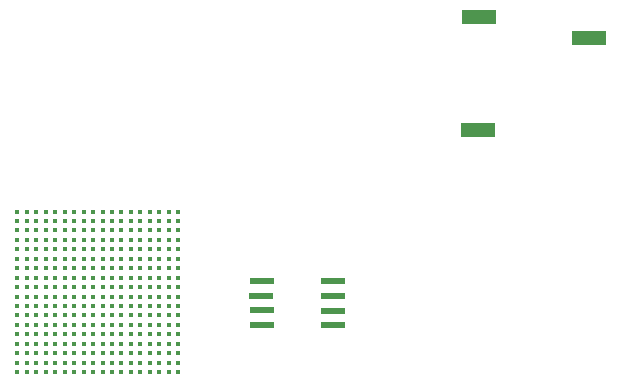
<source format=gbr>
%TF.GenerationSoftware,KiCad,Pcbnew,5.1.5+dfsg1-2build2*%
%TF.CreationDate,2021-11-19T00:53:45-06:00*%
%TF.ProjectId,Audio_Dac_I2S,41756469-6f5f-4446-9163-5f4932532e6b,rev?*%
%TF.SameCoordinates,Original*%
%TF.FileFunction,Paste,Top*%
%TF.FilePolarity,Positive*%
%FSLAX46Y46*%
G04 Gerber Fmt 4.6, Leading zero omitted, Abs format (unit mm)*
G04 Created by KiCad (PCBNEW 5.1.5+dfsg1-2build2) date 2021-11-19 00:53:45*
%MOMM*%
%LPD*%
G04 APERTURE LIST*
%ADD10R,3.000000X1.250000*%
%ADD11R,2.000000X0.600000*%
%ADD12C,0.450000*%
G04 APERTURE END LIST*
D10*
%TO.C,U2*%
X233830000Y-57665000D03*
X233860000Y-48085000D03*
X243230000Y-49925000D03*
%TD*%
D11*
%TO.C,U1*%
X221575000Y-74210000D03*
X221575000Y-72985000D03*
X221575000Y-71735000D03*
X221575000Y-70460000D03*
X215500000Y-74235000D03*
X215500000Y-72960000D03*
X215475000Y-71710000D03*
X215500000Y-70460000D03*
%TD*%
D12*
%TO.C,IC1*%
X194820000Y-78200000D03*
X194820000Y-77400000D03*
X194820000Y-76600000D03*
X194820000Y-75800000D03*
X194820000Y-75000000D03*
X194820000Y-74200000D03*
X194820000Y-73400000D03*
X194820000Y-72600000D03*
X194820000Y-71800000D03*
X194820000Y-71000000D03*
X194820000Y-70200000D03*
X194820000Y-69400000D03*
X194820000Y-68600000D03*
X194820000Y-67800000D03*
X194820000Y-67000000D03*
X194820000Y-66200000D03*
X194820000Y-65400000D03*
X194820000Y-64600000D03*
X195620000Y-78200000D03*
X195620000Y-77400000D03*
X195620000Y-76600000D03*
X195620000Y-75800000D03*
X195620000Y-75000000D03*
X195620000Y-74200000D03*
X195620000Y-73400000D03*
X195620000Y-72600000D03*
X195620000Y-71800000D03*
X195620000Y-71000000D03*
X195620000Y-70200000D03*
X195620000Y-69400000D03*
X195620000Y-68600000D03*
X195620000Y-67800000D03*
X195620000Y-67000000D03*
X195620000Y-66200000D03*
X195620000Y-65400000D03*
X195620000Y-64600000D03*
X196420000Y-78200000D03*
X196420000Y-77400000D03*
X196420000Y-76600000D03*
X196420000Y-75800000D03*
X196420000Y-75000000D03*
X196420000Y-74200000D03*
X196420000Y-73400000D03*
X196420000Y-72600000D03*
X196420000Y-71800000D03*
X196420000Y-71000000D03*
X196420000Y-70200000D03*
X196420000Y-69400000D03*
X196420000Y-68600000D03*
X196420000Y-67800000D03*
X196420000Y-67000000D03*
X196420000Y-66200000D03*
X196420000Y-65400000D03*
X196420000Y-64600000D03*
X197220000Y-78200000D03*
X197220000Y-77400000D03*
X197220000Y-76600000D03*
X197220000Y-75800000D03*
X197220000Y-75000000D03*
X197220000Y-74200000D03*
X197220000Y-73400000D03*
X197220000Y-72600000D03*
X197220000Y-71800000D03*
X197220000Y-71000000D03*
X197220000Y-70200000D03*
X197220000Y-69400000D03*
X197220000Y-68600000D03*
X197220000Y-67800000D03*
X197220000Y-67000000D03*
X197220000Y-66200000D03*
X197220000Y-65400000D03*
X197220000Y-64600000D03*
X198020000Y-78200000D03*
X198020000Y-77400000D03*
X198020000Y-76600000D03*
X198020000Y-75800000D03*
X198020000Y-75000000D03*
X198020000Y-74200000D03*
X198020000Y-73400000D03*
X198020000Y-72600000D03*
X198020000Y-71800000D03*
X198020000Y-71000000D03*
X198020000Y-70200000D03*
X198020000Y-69400000D03*
X198020000Y-68600000D03*
X198020000Y-67800000D03*
X198020000Y-67000000D03*
X198020000Y-66200000D03*
X198020000Y-65400000D03*
X198020000Y-64600000D03*
X198820000Y-78200000D03*
X198820000Y-77400000D03*
X198820000Y-76600000D03*
X198820000Y-75800000D03*
X198820000Y-75000000D03*
X198820000Y-74200000D03*
X198820000Y-73400000D03*
X198820000Y-72600000D03*
X198820000Y-71800000D03*
X198820000Y-71000000D03*
X198820000Y-70200000D03*
X198820000Y-69400000D03*
X198820000Y-68600000D03*
X198820000Y-67800000D03*
X198820000Y-67000000D03*
X198820000Y-66200000D03*
X198820000Y-65400000D03*
X198820000Y-64600000D03*
X199620000Y-78200000D03*
X199620000Y-77400000D03*
X199620000Y-76600000D03*
X199620000Y-75800000D03*
X199620000Y-75000000D03*
X199620000Y-74200000D03*
X199620000Y-73400000D03*
X199620000Y-72600000D03*
X199620000Y-71800000D03*
X199620000Y-71000000D03*
X199620000Y-70200000D03*
X199620000Y-69400000D03*
X199620000Y-68600000D03*
X199620000Y-67800000D03*
X199620000Y-67000000D03*
X199620000Y-66200000D03*
X199620000Y-65400000D03*
X199620000Y-64600000D03*
X200420000Y-78200000D03*
X200420000Y-77400000D03*
X200420000Y-76600000D03*
X200420000Y-75800000D03*
X200420000Y-75000000D03*
X200420000Y-74200000D03*
X200420000Y-73400000D03*
X200420000Y-72600000D03*
X200420000Y-71800000D03*
X200420000Y-71000000D03*
X200420000Y-70200000D03*
X200420000Y-69400000D03*
X200420000Y-68600000D03*
X200420000Y-67800000D03*
X200420000Y-67000000D03*
X200420000Y-66200000D03*
X200420000Y-65400000D03*
X200420000Y-64600000D03*
X201220000Y-78200000D03*
X201220000Y-77400000D03*
X201220000Y-76600000D03*
X201220000Y-75800000D03*
X201220000Y-75000000D03*
X201220000Y-74200000D03*
X201220000Y-73400000D03*
X201220000Y-72600000D03*
X201220000Y-71800000D03*
X201220000Y-71000000D03*
X201220000Y-70200000D03*
X201220000Y-69400000D03*
X201220000Y-68600000D03*
X201220000Y-67800000D03*
X201220000Y-67000000D03*
X201220000Y-66200000D03*
X201220000Y-65400000D03*
X201220000Y-64600000D03*
X202020000Y-78200000D03*
X202020000Y-77400000D03*
X202020000Y-76600000D03*
X202020000Y-75800000D03*
X202020000Y-75000000D03*
X202020000Y-74200000D03*
X202020000Y-73400000D03*
X202020000Y-72600000D03*
X202020000Y-71800000D03*
X202020000Y-71000000D03*
X202020000Y-70200000D03*
X202020000Y-69400000D03*
X202020000Y-68600000D03*
X202020000Y-67800000D03*
X202020000Y-67000000D03*
X202020000Y-66200000D03*
X202020000Y-65400000D03*
X202020000Y-64600000D03*
X202820000Y-78200000D03*
X202820000Y-77400000D03*
X202820000Y-76600000D03*
X202820000Y-75800000D03*
X202820000Y-75000000D03*
X202820000Y-74200000D03*
X202820000Y-73400000D03*
X202820000Y-72600000D03*
X202820000Y-71800000D03*
X202820000Y-71000000D03*
X202820000Y-70200000D03*
X202820000Y-69400000D03*
X202820000Y-68600000D03*
X202820000Y-67800000D03*
X202820000Y-67000000D03*
X202820000Y-66200000D03*
X202820000Y-65400000D03*
X202820000Y-64600000D03*
X203620000Y-78200000D03*
X203620000Y-77400000D03*
X203620000Y-76600000D03*
X203620000Y-75800000D03*
X203620000Y-75000000D03*
X203620000Y-74200000D03*
X203620000Y-73400000D03*
X203620000Y-72600000D03*
X203620000Y-71800000D03*
X203620000Y-71000000D03*
X203620000Y-70200000D03*
X203620000Y-69400000D03*
X203620000Y-68600000D03*
X203620000Y-67800000D03*
X203620000Y-67000000D03*
X203620000Y-66200000D03*
X203620000Y-65400000D03*
X203620000Y-64600000D03*
X204420000Y-78200000D03*
X204420000Y-77400000D03*
X204420000Y-76600000D03*
X204420000Y-75800000D03*
X204420000Y-75000000D03*
X204420000Y-74200000D03*
X204420000Y-73400000D03*
X204420000Y-72600000D03*
X204420000Y-71800000D03*
X204420000Y-71000000D03*
X204420000Y-70200000D03*
X204420000Y-69400000D03*
X204420000Y-68600000D03*
X204420000Y-67800000D03*
X204420000Y-67000000D03*
X204420000Y-66200000D03*
X204420000Y-65400000D03*
X204420000Y-64600000D03*
X205220000Y-78200000D03*
X205220000Y-77400000D03*
X205220000Y-76600000D03*
X205220000Y-75800000D03*
X205220000Y-75000000D03*
X205220000Y-74200000D03*
X205220000Y-73400000D03*
X205220000Y-72600000D03*
X205220000Y-71800000D03*
X205220000Y-71000000D03*
X205220000Y-70200000D03*
X205220000Y-69400000D03*
X205220000Y-68600000D03*
X205220000Y-67800000D03*
X205220000Y-67000000D03*
X205220000Y-66200000D03*
X205220000Y-65400000D03*
X205220000Y-64600000D03*
X206020000Y-78200000D03*
X206020000Y-77400000D03*
X206020000Y-76600000D03*
X206020000Y-75800000D03*
X206020000Y-75000000D03*
X206020000Y-74200000D03*
X206020000Y-73400000D03*
X206020000Y-72600000D03*
X206020000Y-71800000D03*
X206020000Y-71000000D03*
X206020000Y-70200000D03*
X206020000Y-69400000D03*
X206020000Y-68600000D03*
X206020000Y-67800000D03*
X206020000Y-67000000D03*
X206020000Y-66200000D03*
X206020000Y-65400000D03*
X206020000Y-64600000D03*
X206820000Y-78200000D03*
X206820000Y-77400000D03*
X206820000Y-76600000D03*
X206820000Y-75800000D03*
X206820000Y-75000000D03*
X206820000Y-74200000D03*
X206820000Y-73400000D03*
X206820000Y-72600000D03*
X206820000Y-71800000D03*
X206820000Y-71000000D03*
X206820000Y-70200000D03*
X206820000Y-69400000D03*
X206820000Y-68600000D03*
X206820000Y-67800000D03*
X206820000Y-67000000D03*
X206820000Y-66200000D03*
X206820000Y-65400000D03*
X206820000Y-64600000D03*
X207620000Y-78200000D03*
X207620000Y-77400000D03*
X207620000Y-76600000D03*
X207620000Y-75800000D03*
X207620000Y-75000000D03*
X207620000Y-74200000D03*
X207620000Y-73400000D03*
X207620000Y-72600000D03*
X207620000Y-71800000D03*
X207620000Y-71000000D03*
X207620000Y-70200000D03*
X207620000Y-69400000D03*
X207620000Y-68600000D03*
X207620000Y-67800000D03*
X207620000Y-67000000D03*
X207620000Y-66200000D03*
X207620000Y-65400000D03*
X207620000Y-64600000D03*
X208420000Y-78200000D03*
X208420000Y-77400000D03*
X208420000Y-76600000D03*
X208420000Y-75800000D03*
X208420000Y-75000000D03*
X208420000Y-74200000D03*
X208420000Y-73400000D03*
X208420000Y-72600000D03*
X208420000Y-71800000D03*
X208420000Y-71000000D03*
X208420000Y-70200000D03*
X208420000Y-69400000D03*
X208420000Y-68600000D03*
X208420000Y-67800000D03*
X208420000Y-67000000D03*
X208420000Y-66200000D03*
X208420000Y-65400000D03*
X208420000Y-64600000D03*
%TD*%
M02*

</source>
